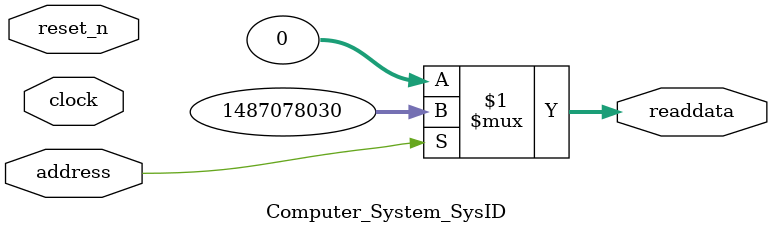
<source format=v>

`timescale 1ns / 1ps
// synthesis translate_on

// turn off superfluous verilog processor warnings 
// altera message_level Level1 
// altera message_off 10034 10035 10036 10037 10230 10240 10030 

module Computer_System_SysID (
               // inputs:
                address,
                clock,
                reset_n,

               // outputs:
                readdata
             )
;

  output  [ 31: 0] readdata;
  input            address;
  input            clock;
  input            reset_n;

  wire    [ 31: 0] readdata;
  //control_slave, which is an e_avalon_slave
  assign readdata = address ? 1487078030 : 0;

endmodule




</source>
